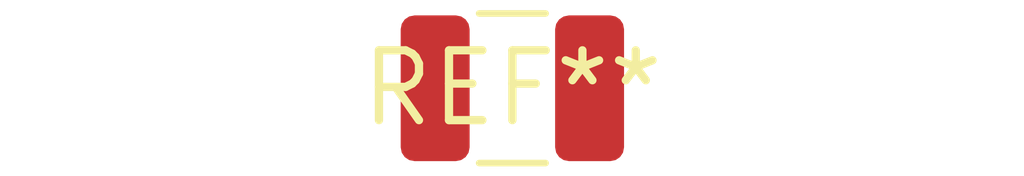
<source format=kicad_pcb>
(kicad_pcb (version 20240108) (generator pcbnew)
  (layers (0 "F.Cu" signal) (31 "B.Cu" signal) (34 "B.Paste" user) (35 "F.Paste" user) (36 "B.SilkS" user "B.Silkscreen") (37 "F.SilkS" user "F.Silkscreen") (38 "B.Mask" user) (39 "F.Mask" user) (44 "Edge.Cuts" user))
  (net 0 "")
  (footprint "L_1210_3225Metric" (layer "F.Cu") (at 0 0)
    (property "Reference" "REF**")
    (property "Value" "L_1210_3225Metric")
    (fp_line (start -0.602064 -1.36) (end 0.602064 -1.36) (layer "F.SilkS") (stroke (width 0.12)))
    (fp_line (start -0.602064 1.36) (end 0.602064 1.36) (layer "F.SilkS") (stroke (width 0.12)))
    (pad "1" smd roundrect (at -1.4 0) (size 1.25 2.65) (layers "F.Cu" "F.Paste" "F.Mask") (roundrect_rratio 0.2))
    (pad "2" smd roundrect (at 1.4 0) (size 1.25 2.65) (layers "F.Cu" "F.Paste" "F.Mask") (roundrect_rratio 0.2))
  )
)
</source>
